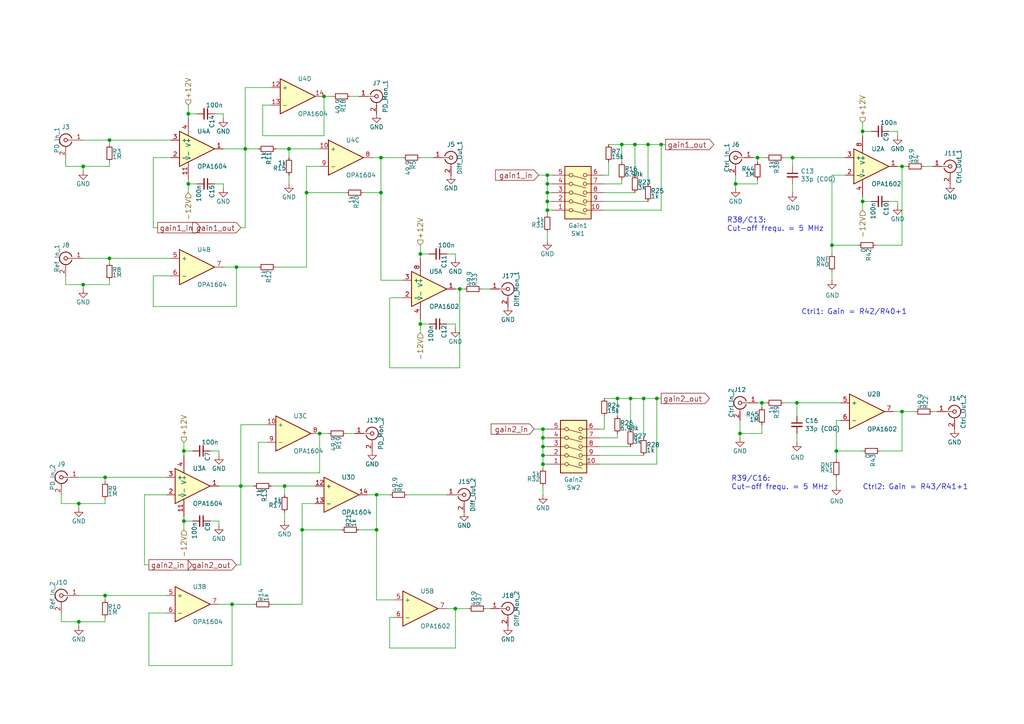
<source format=kicad_sch>
(kicad_sch (version 20230121) (generator eeschema)
  (paper "A4")
  (title_block (title "RedPitaya IntStab: +/-12V,+5V Supply") (date "2023-10-30") (rev "1.5.2") (company "Atoms-Photons-Quanta, Institut für Angewandte Physik, TU Darmstadt") (comment 1 "Tilman Preuschoff"))
  (lib_symbols
    (symbol "Connector:Conn_Coaxial" (pin_names (offset 1.016) hide)
      (property "Reference" "J" (at 0.254 3.048 0))
      (property "Value" "Conn_Coaxial" (at 2.921 0 90))
      (symbol "Conn_Coaxial_1_1"
        (pin passive line (at -5.08 0 0) (length 2.54) (name "In") (number "1"))
        (pin passive line (at 0 -5.08 90) (length 2.54) (name "Ext") (number "2"))
      )
    )
    (symbol "Device:C_Small" (pin_numbers hide) (pin_names (offset 0.254) hide)
      (property "Reference" "C" (at 0.254 1.778 0))
      (property "Value" "C_Small" (at 0.254 -2.032 0))
      (symbol "C_Small_1_1"
        (pin passive line (at 0 2.54 270) (length 2.032) (name "~") (number "1"))
        (pin passive line (at 0 -2.54 90) (length 2.032) (name "~") (number "2"))
      )
    )
    (symbol "Device:R_Small" (pin_numbers hide) (pin_names (offset 0.254) hide)
      (property "Reference" "R" (at 0.762 0.508 0))
      (property "Value" "R_Small" (at 0.762 -1.016 0))
      (symbol "R_Small_1_1"
        (pin passive line (at 0 2.54 270) (length 0.762) (name "~") (number "1"))
        (pin passive line (at 0 -2.54 90) (length 0.762) (name "~") (number "2"))
      )
    )
    (symbol "Switch:SW_DIP_x05" (pin_names (offset 0) hide)
      (property "Reference" "SW" (at 0 8.89 0))
      (property "Value" "SW_DIP_x05" (at 0 -8.89 0))
      (symbol "SW_DIP_x05_1_1"
        (pin passive line (at -7.62 5.08 0) (length 5.08) (name "~") (number "1"))
        (pin passive line (at 7.62 5.08 180) (length 5.08) (name "~") (number "10"))
        (pin passive line (at -7.62 2.54 0) (length 5.08) (name "~") (number "2"))
        (pin passive line (at -7.62 0 0) (length 5.08) (name "~") (number "3"))
        (pin passive line (at -7.62 -2.54 0) (length 5.08) (name "~") (number "4"))
        (pin passive line (at -7.62 -5.08 0) (length 5.08) (name "~") (number "5"))
        (pin passive line (at 7.62 -5.08 180) (length 5.08) (name "~") (number "6"))
        (pin passive line (at 7.62 -2.54 180) (length 5.08) (name "~") (number "7"))
        (pin passive line (at 7.62 0 180) (length 5.08) (name "~") (number "8"))
        (pin passive line (at 7.62 2.54 180) (length 5.08) (name "~") (number "9"))
      )
    )
    (symbol "Texas_Instruments:OPA1602"
      (property "Reference" "U" (at 0 5.08 0))
      (property "Value" "OPA1602" (at 0 -5.08 0))
      (symbol "OPA1602_1_1"
        (pin output line (at 7.62 0 180) (length 2.54) (name "~") (number "1"))
        (pin input line (at -7.62 -2.54 0) (length 2.54) (name "-") (number "2"))
        (pin input line (at -7.62 2.54 0) (length 2.54) (name "+") (number "3"))
        (pin power_in line (at -2.54 -8.89 90) (length 5.08) (name "V-") (number "4"))
        (pin power_in line (at -2.54 8.89 270) (length 5.08) (name "V+") (number "8"))
      )
      (symbol "OPA1602_2_1"
        (pin input line (at -7.62 2.54 0) (length 2.54) (name "+") (number "5"))
        (pin input line (at -7.62 -2.54 0) (length 2.54) (name "-") (number "6"))
        (pin output line (at 7.62 0 180) (length 2.54) (name "~") (number "7"))
      )
    )
    (symbol "Texas_Instruments:OPA1604"
      (property "Reference" "U" (at 0 5.08 0))
      (property "Value" "OPA1604" (at 0 -5.08 0))
      (symbol "OPA1604_1_1"
        (pin output line (at 7.62 0 180) (length 2.54) (name "~") (number "1"))
        (pin power_in line (at -2.54 -8.89 90) (length 5.08) (name "V-") (number "11"))
        (pin input line (at -7.62 -2.54 0) (length 2.54) (name "-") (number "2"))
        (pin input line (at -7.62 2.54 0) (length 2.54) (name "+") (number "3"))
        (pin power_in line (at -2.54 8.89 270) (length 5.08) (name "V+") (number "4"))
      )
      (symbol "OPA1604_2_1"
        (pin input line (at -7.62 2.54 0) (length 2.54) (name "+") (number "5"))
        (pin input line (at -7.62 -2.54 0) (length 2.54) (name "-") (number "6"))
        (pin output line (at 7.62 0 180) (length 2.54) (name "~") (number "7"))
      )
      (symbol "OPA1604_3_1"
        (pin input line (at -7.62 2.54 0) (length 2.54) (name "+") (number "10"))
        (pin output line (at 7.62 0 180) (length 2.54) (name "~") (number "8"))
        (pin input line (at -7.62 -2.54 0) (length 2.54) (name "-") (number "9"))
      )
      (symbol "OPA1604_4_1"
        (pin input line (at -7.62 2.54 0) (length 2.54) (name "+") (number "12"))
        (pin input line (at -7.62 -2.54 0) (length 2.54) (name "-") (number "13"))
        (pin output line (at 7.62 0 180) (length 2.54) (name "~") (number "14"))
      )
    )
    (symbol "power:GND" (power) (pin_names (offset 0))
      (property "Value" "GND" (at 0 -3.81 0))
      (symbol "GND_1_1"
        (pin power_in line (at 0 0 270) (length 0) hide (name "GND") (number "1"))
      )
    )
  )
  (junction (at 184.15 41.91))
  (junction (at 30.48 172.72))
  (junction (at 31.75 74.93))
  (junction (at 31.75 40.64))
  (junction (at 191.77 41.91))
  (junction (at 250.19 38.1))
  (junction (at 109.22 143.51))
  (junction (at 157.48 129.54))
  (junction (at 213.36 53.34))
  (junction (at 190.5 115.57))
  (junction (at 54.61 33.02))
  (junction (at 214.63 125.73))
  (junction (at 24.13 48.26))
  (junction (at 241.3 71.12))
  (junction (at 180.34 41.91))
  (junction (at 250.19 58.42))
  (junction (at 121.92 93.98))
  (junction (at 242.57 130.81))
  (junction (at 182.88 115.57))
  (junction (at 53.34 130.81))
  (junction (at 158.75 58.42))
  (junction (at 69.85 140.97))
  (junction (at 220.98 116.84))
  (junction (at 24.13 82.55))
  (junction (at 158.75 60.96))
  (junction (at 261.62 48.26))
  (junction (at 179.07 115.57))
  (junction (at 109.22 153.67))
  (junction (at 229.87 45.72))
  (junction (at 158.75 55.88))
  (junction (at 82.55 140.97))
  (junction (at 67.31 175.26))
  (junction (at 22.86 180.34))
  (junction (at 22.86 146.05))
  (junction (at 186.69 115.57))
  (junction (at 219.71 45.72))
  (junction (at 158.75 50.8))
  (junction (at 53.34 151.13))
  (junction (at 157.48 124.46))
  (junction (at 30.48 138.43))
  (junction (at 187.96 41.91))
  (junction (at 71.12 43.18))
  (junction (at 157.48 127))
  (junction (at 87.63 153.67))
  (junction (at 231.14 116.84))
  (junction (at 132.08 176.53))
  (junction (at 261.62 119.38))
  (junction (at 158.75 53.34))
  (junction (at 133.35 83.82))
  (junction (at 157.48 134.62))
  (junction (at 93.98 27.94))
  (junction (at 88.9 55.88))
  (junction (at 83.82 43.18))
  (junction (at 121.92 73.66))
  (junction (at 157.48 132.08))
  (junction (at 54.61 53.34))
  (junction (at 92.71 125.73))
  (junction (at 110.49 55.88))
  (junction (at 68.58 77.47))
  (junction (at 110.49 45.72))
  (wire (pts (xy 88.9 48.26) (xy 88.9 55.88)))
  (wire (pts (xy 68.58 88.9) (xy 68.58 77.47)))
  (wire (pts (xy 261.62 130.81) (xy 261.62 119.38)))
  (wire (pts (xy 31.75 41.91) (xy 31.75 40.64)))
  (wire (pts (xy 261.62 48.26) (xy 262.89 48.26)))
  (wire (pts (xy 219.71 45.72) (xy 222.25 45.72)))
  (wire (pts (xy 220.98 123.19) (xy 220.98 125.73)))
  (wire (pts (xy 175.26 120.65) (xy 175.26 124.46)))
  (wire (pts (xy 231.14 116.84) (xy 243.84 116.84)))
  (wire (pts (xy 229.87 53.34) (xy 229.87 55.88)))
  (wire (pts (xy 175.26 60.96) (xy 191.77 60.96)))
  (wire (pts (xy 265.43 119.38) (xy 261.62 119.38)))
  (wire (pts (xy 104.14 27.94) (xy 101.6 27.94)))
  (wire (pts (xy 173.99 134.62) (xy 190.5 134.62)))
  (wire (pts (xy 30.48 180.34) (xy 22.86 180.34)))
  (wire (pts (xy 157.48 134.62) (xy 157.48 132.08)))
  (wire (pts (xy 252.73 58.42) (xy 250.19 58.42)))
  (wire (pts (xy 57.15 53.34) (xy 54.61 53.34)))
  (wire (pts (xy 106.68 143.51) (xy 109.22 143.51)))
  (wire (pts (xy 17.78 177.8) (xy 17.78 180.34)))
  (wire (pts (xy 88.9 77.47) (xy 80.01 77.47)))
  (wire (pts (xy 30.48 138.43) (xy 48.26 138.43)))
  (wire (pts (xy 176.53 46.99) (xy 176.53 50.8)))
  (wire (pts (xy 175.26 124.46) (xy 173.99 124.46)))
  (wire (pts (xy 214.63 121.92) (xy 214.63 125.73)))
  (wire (pts (xy 87.63 153.67) (xy 87.63 175.26)))
  (wire (pts (xy 158.75 60.96) (xy 158.75 62.23)))
  (wire (pts (xy 121.92 73.66) (xy 121.92 74.93)))
  (wire (pts (xy 63.5 175.26) (xy 67.31 175.26)))
  (wire (pts (xy 157.48 129.54) (xy 157.48 127)))
  (wire (pts (xy 132.08 187.96) (xy 132.08 176.53)))
  (wire (pts (xy 71.12 43.18) (xy 74.93 43.18)))
  (wire (pts (xy 63.5 130.81) (xy 63.5 132.08)))
  (wire (pts (xy 261.62 119.38) (xy 259.08 119.38)))
  (wire (pts (xy 30.48 173.99) (xy 30.48 172.72)))
  (wire (pts (xy 118.11 143.51) (xy 129.54 143.51)))
  (wire (pts (xy 54.61 30.48) (xy 54.61 33.02)))
  (wire (pts (xy 114.3 179.07) (xy 113.03 179.07)))
  (wire (pts (xy 63.5 140.97) (xy 69.85 140.97)))
  (wire (pts (xy 109.22 153.67) (xy 109.22 173.99)))
  (wire (pts (xy 31.75 76.2) (xy 31.75 74.93)))
  (wire (pts (xy 64.77 53.34) (xy 64.77 54.61)))
  (wire (pts (xy 92.71 125.73) (xy 95.25 125.73)))
  (wire (pts (xy 242.57 121.92) (xy 242.57 130.81)))
  (wire (pts (xy 69.85 140.97) (xy 69.85 163.83)))
  (wire (pts (xy 158.75 60.96) (xy 158.75 58.42)))
  (wire (pts (xy 243.84 121.92) (xy 242.57 121.92)))
  (wire (pts (xy 31.75 40.64) (xy 49.53 40.64)))
  (wire (pts (xy 182.88 124.46) (xy 182.88 115.57)))
  (wire (pts (xy 17.78 143.51) (xy 17.78 146.05)))
  (wire (pts (xy 180.34 53.34) (xy 180.34 52.07)))
  (wire (pts (xy 132.08 83.82) (xy 133.35 83.82)))
  (wire (pts (xy 227.33 116.84) (xy 231.14 116.84)))
  (wire (pts (xy 125.73 45.72) (xy 121.92 45.72)))
  (wire (pts (xy 83.82 53.34) (xy 83.82 50.8)))
  (wire (pts (xy 250.19 35.56) (xy 250.19 38.1)))
  (wire (pts (xy 88.9 48.26) (xy 92.71 48.26)))
  (wire (pts (xy 67.31 193.04) (xy 67.31 175.26)))
  (wire (pts (xy 124.46 93.98) (xy 121.92 93.98)))
  (wire (pts (xy 63.5 130.81) (xy 60.96 130.81)))
  (wire (pts (xy 158.75 55.88) (xy 158.75 53.34)))
  (wire (pts (xy 71.12 43.18) (xy 71.12 25.4)))
  (wire (pts (xy 107.95 45.72) (xy 110.49 45.72)))
  (wire (pts (xy 19.05 80.01) (xy 19.05 82.55)))
  (wire (pts (xy 41.91 163.83) (xy 43.18 163.83)))
  (wire (pts (xy 104.14 153.67) (xy 109.22 153.67)))
  (wire (pts (xy 245.11 50.8) (xy 241.3 50.8)))
  (wire (pts (xy 160.02 55.88) (xy 158.75 55.88)))
  (wire (pts (xy 129.54 93.98) (xy 132.08 93.98)))
  (wire (pts (xy 190.5 115.57) (xy 191.77 115.57)))
  (wire (pts (xy 184.15 50.8) (xy 184.15 41.91)))
  (wire (pts (xy 41.91 143.51) (xy 48.26 143.51)))
  (wire (pts (xy 74.93 128.27) (xy 74.93 137.16)))
  (wire (pts (xy 241.3 50.8) (xy 241.3 71.12)))
  (wire (pts (xy 260.35 38.1) (xy 260.35 39.37)))
  (wire (pts (xy 44.45 80.01) (xy 44.45 88.9)))
  (wire (pts (xy 53.34 149.86) (xy 53.34 151.13)))
  (wire (pts (xy 179.07 127) (xy 179.07 125.73)))
  (wire (pts (xy 157.48 132.08) (xy 157.48 129.54)))
  (wire (pts (xy 44.45 88.9) (xy 68.58 88.9)))
  (wire (pts (xy 124.46 73.66) (xy 121.92 73.66)))
  (wire (pts (xy 176.53 50.8) (xy 175.26 50.8)))
  (wire (pts (xy 261.62 71.12) (xy 261.62 48.26)))
  (wire (pts (xy 186.69 115.57) (xy 190.5 115.57)))
  (wire (pts (xy 93.98 27.94) (xy 96.52 27.94)))
  (wire (pts (xy 179.07 115.57) (xy 179.07 120.65)))
  (wire (pts (xy 87.63 153.67) (xy 99.06 153.67)))
  (wire (pts (xy 82.55 140.97) (xy 82.55 143.51)))
  (wire (pts (xy 154.94 124.46) (xy 157.48 124.46)))
  (wire (pts (xy 31.75 74.93) (xy 49.53 74.93)))
  (wire (pts (xy 218.44 45.72) (xy 219.71 45.72)))
  (wire (pts (xy 121.92 92.71) (xy 121.92 93.98)))
  (wire (pts (xy 173.99 127) (xy 179.07 127)))
  (wire (pts (xy 44.45 45.72) (xy 49.53 45.72)))
  (wire (pts (xy 158.75 134.62) (xy 157.48 134.62)))
  (wire (pts (xy 242.57 130.81) (xy 250.19 130.81)))
  (wire (pts (xy 156.21 50.8) (xy 158.75 50.8)))
  (wire (pts (xy 255.27 130.81) (xy 261.62 130.81)))
  (wire (pts (xy 24.13 74.93) (xy 31.75 74.93)))
  (wire (pts (xy 160.02 53.34) (xy 158.75 53.34)))
  (wire (pts (xy 31.75 81.28) (xy 31.75 82.55)))
  (wire (pts (xy 158.75 127) (xy 157.48 127)))
  (wire (pts (xy 191.77 41.91) (xy 193.04 41.91)))
  (wire (pts (xy 31.75 82.55) (xy 24.13 82.55)))
  (wire (pts (xy 62.23 53.34) (xy 64.77 53.34)))
  (wire (pts (xy 44.45 45.72) (xy 44.45 66.04)))
  (wire (pts (xy 92.71 125.73) (xy 92.71 137.16)))
  (wire (pts (xy 132.08 176.53) (xy 129.54 176.53)))
  (wire (pts (xy 53.34 128.27) (xy 53.34 130.81)))
  (wire (pts (xy 82.55 151.13) (xy 82.55 148.59)))
  (wire (pts (xy 110.49 55.88) (xy 110.49 81.28)))
  (wire (pts (xy 93.98 39.37) (xy 76.2 39.37)))
  (wire (pts (xy 64.77 33.02) (xy 64.77 34.29)))
  (wire (pts (xy 135.89 176.53) (xy 132.08 176.53)))
  (wire (pts (xy 41.91 143.51) (xy 41.91 163.83)))
  (wire (pts (xy 55.88 151.13) (xy 53.34 151.13)))
  (wire (pts (xy 158.75 132.08) (xy 157.48 132.08)))
  (wire (pts (xy 129.54 73.66) (xy 132.08 73.66)))
  (wire (pts (xy 157.48 127) (xy 157.48 124.46)))
  (wire (pts (xy 31.75 48.26) (xy 24.13 48.26)))
  (wire (pts (xy 157.48 124.46) (xy 158.75 124.46)))
  (wire (pts (xy 190.5 134.62) (xy 190.5 115.57)))
  (wire (pts (xy 30.48 172.72) (xy 48.26 172.72)))
  (wire (pts (xy 109.22 143.51) (xy 113.03 143.51)))
  (wire (pts (xy 142.24 176.53) (xy 140.97 176.53)))
  (wire (pts (xy 227.33 45.72) (xy 229.87 45.72)))
  (wire (pts (xy 121.92 71.12) (xy 121.92 73.66)))
  (wire (pts (xy 102.87 125.73) (xy 100.33 125.73)))
  (wire (pts (xy 24.13 40.64) (xy 31.75 40.64)))
  (wire (pts (xy 77.47 128.27) (xy 74.93 128.27)))
  (wire (pts (xy 71.12 43.18) (xy 71.12 66.04)))
  (wire (pts (xy 254 71.12) (xy 261.62 71.12)))
  (wire (pts (xy 213.36 53.34) (xy 213.36 50.8)))
  (wire (pts (xy 158.75 58.42) (xy 158.75 55.88)))
  (wire (pts (xy 19.05 48.26) (xy 24.13 48.26)))
  (wire (pts (xy 160.02 58.42) (xy 158.75 58.42)))
  (wire (pts (xy 157.48 134.62) (xy 157.48 135.89)))
  (wire (pts (xy 43.18 177.8) (xy 48.26 177.8)))
  (wire (pts (xy 241.3 73.66) (xy 241.3 71.12)))
  (wire (pts (xy 231.14 120.65) (xy 231.14 116.84)))
  (wire (pts (xy 76.2 30.48) (xy 76.2 39.37)))
  (wire (pts (xy 175.26 58.42) (xy 187.96 58.42)))
  (wire (pts (xy 241.3 81.28) (xy 241.3 78.74)))
  (wire (pts (xy 22.86 138.43) (xy 30.48 138.43)))
  (wire (pts (xy 242.57 140.97) (xy 242.57 138.43)))
  (wire (pts (xy 44.45 66.04) (xy 45.72 66.04)))
  (wire (pts (xy 69.85 140.97) (xy 69.85 123.19)))
  (wire (pts (xy 44.45 80.01) (xy 49.53 80.01)))
  (wire (pts (xy 241.3 71.12) (xy 248.92 71.12)))
  (wire (pts (xy 57.15 33.02) (xy 54.61 33.02)))
  (wire (pts (xy 69.85 140.97) (xy 73.66 140.97)))
  (wire (pts (xy 214.63 125.73) (xy 214.63 127)))
  (wire (pts (xy 78.74 140.97) (xy 82.55 140.97)))
  (wire (pts (xy 17.78 180.34) (xy 22.86 180.34)))
  (wire (pts (xy 250.19 38.1) (xy 250.19 39.37)))
  (wire (pts (xy 187.96 41.91) (xy 191.77 41.91)))
  (wire (pts (xy 82.55 140.97) (xy 91.44 140.97)))
  (wire (pts (xy 88.9 55.88) (xy 100.33 55.88)))
  (wire (pts (xy 19.05 82.55) (xy 24.13 82.55)))
  (wire (pts (xy 229.87 48.26) (xy 229.87 45.72)))
  (wire (pts (xy 220.98 116.84) (xy 222.25 116.84)))
  (wire (pts (xy 179.07 115.57) (xy 182.88 115.57)))
  (wire (pts (xy 22.86 172.72) (xy 30.48 172.72)))
  (wire (pts (xy 229.87 45.72) (xy 245.11 45.72)))
  (wire (pts (xy 54.61 55.88) (xy 54.61 53.34)))
  (wire (pts (xy 110.49 81.28) (xy 116.84 81.28)))
  (wire (pts (xy 60.96 151.13) (xy 63.5 151.13)))
  (wire (pts (xy 175.26 53.34) (xy 180.34 53.34)))
  (wire (pts (xy 116.84 86.36) (xy 113.03 86.36)))
  (wire (pts (xy 213.36 53.34) (xy 213.36 54.61)))
  (wire (pts (xy 158.75 67.31) (xy 158.75 69.85)))
  (wire (pts (xy 132.08 73.66) (xy 132.08 74.93)))
  (wire (pts (xy 110.49 55.88) (xy 110.49 45.72)))
  (wire (pts (xy 175.26 115.57) (xy 179.07 115.57)))
  (wire (pts (xy 53.34 130.81) (xy 53.34 132.08)))
  (wire (pts (xy 267.97 48.26) (xy 270.51 48.26)))
  (wire (pts (xy 30.48 144.78) (xy 30.48 146.05)))
  (wire (pts (xy 71.12 25.4) (xy 78.74 25.4)))
  (wire (pts (xy 175.26 55.88) (xy 184.15 55.88)))
  (wire (pts (xy 250.19 58.42) (xy 250.19 60.96)))
  (wire (pts (xy 110.49 45.72) (xy 116.84 45.72)))
  (wire (pts (xy 257.81 58.42) (xy 260.35 58.42)))
  (wire (pts (xy 30.48 139.7) (xy 30.48 138.43)))
  (wire (pts (xy 252.73 38.1) (xy 250.19 38.1)))
  (wire (pts (xy 113.03 106.68) (xy 133.35 106.68)))
  (wire (pts (xy 64.77 33.02) (xy 62.23 33.02)))
  (wire (pts (xy 93.98 27.94) (xy 93.98 39.37)))
  (wire (pts (xy 184.15 41.91) (xy 187.96 41.91)))
  (wire (pts (xy 64.77 77.47) (xy 68.58 77.47)))
  (wire (pts (xy 271.78 119.38) (xy 270.51 119.38)))
  (wire (pts (xy 71.12 66.04) (xy 69.85 66.04)))
  (wire (pts (xy 54.61 33.02) (xy 54.61 34.29)))
  (wire (pts (xy 121.92 93.98) (xy 121.92 96.52)))
  (wire (pts (xy 69.85 123.19) (xy 77.47 123.19)))
  (wire (pts (xy 219.71 52.07) (xy 219.71 53.34)))
  (wire (pts (xy 260.35 58.42) (xy 260.35 59.69)))
  (wire (pts (xy 63.5 151.13) (xy 63.5 152.4)))
  (wire (pts (xy 55.88 130.81) (xy 53.34 130.81)))
  (wire (pts (xy 219.71 46.99) (xy 219.71 45.72)))
  (wire (pts (xy 180.34 41.91) (xy 180.34 46.99)))
  (wire (pts (xy 74.93 137.16) (xy 92.71 137.16)))
  (wire (pts (xy 219.71 53.34) (xy 213.36 53.34)))
  (wire (pts (xy 109.22 173.99) (xy 114.3 173.99)))
  (wire (pts (xy 30.48 146.05) (xy 22.86 146.05)))
  (wire (pts (xy 80.01 43.18) (xy 83.82 43.18)))
  (wire (pts (xy 220.98 116.84) (xy 220.98 118.11)))
  (wire (pts (xy 22.86 180.34) (xy 22.86 181.61)))
  (wire (pts (xy 182.88 115.57) (xy 186.69 115.57)))
  (wire (pts (xy 158.75 129.54) (xy 157.48 129.54)))
  (wire (pts (xy 139.7 83.82) (xy 142.24 83.82)))
  (wire (pts (xy 220.98 125.73) (xy 214.63 125.73)))
  (wire (pts (xy 24.13 48.26) (xy 24.13 49.53)))
  (wire (pts (xy 180.34 41.91) (xy 184.15 41.91)))
  (wire (pts (xy 69.85 163.83) (xy 68.58 163.83)))
  (wire (pts (xy 87.63 146.05) (xy 91.44 146.05)))
  (wire (pts (xy 31.75 46.99) (xy 31.75 48.26)))
  (wire (pts (xy 67.31 175.26) (xy 73.66 175.26)))
  (wire (pts (xy 191.77 60.96) (xy 191.77 41.91)))
  (wire (pts (xy 54.61 52.07) (xy 54.61 53.34)))
  (wire (pts (xy 173.99 129.54) (xy 182.88 129.54)))
  (wire (pts (xy 22.86 146.05) (xy 22.86 147.32)))
  (wire (pts (xy 43.18 193.04) (xy 67.31 193.04)))
  (wire (pts (xy 24.13 82.55) (xy 24.13 83.82)))
  (wire (pts (xy 68.58 77.47) (xy 74.93 77.47)))
  (wire (pts (xy 231.14 125.73) (xy 231.14 128.27)))
  (wire (pts (xy 176.53 41.91) (xy 180.34 41.91)))
  (wire (pts (xy 78.74 30.48) (xy 76.2 30.48)))
  (wire (pts (xy 133.35 83.82) (xy 134.62 83.82)))
  (wire (pts (xy 87.63 175.26) (xy 78.74 175.26)))
  (wire (pts (xy 186.69 127) (xy 186.69 115.57)))
  (wire (pts (xy 19.05 45.72) (xy 19.05 48.26)))
  (wire (pts (xy 64.77 43.18) (xy 71.12 43.18)))
  (wire (pts (xy 250.19 57.15) (xy 250.19 58.42)))
  (wire (pts (xy 83.82 43.18) (xy 83.82 45.72)))
  (wire (pts (xy 105.41 55.88) (xy 110.49 55.88)))
  (wire (pts (xy 219.71 116.84) (xy 220.98 116.84)))
  (wire (pts (xy 257.81 38.1) (xy 260.35 38.1)))
  (wire (pts (xy 113.03 179.07) (xy 113.03 187.96)))
  (wire (pts (xy 83.82 43.18) (xy 92.71 43.18)))
  (wire (pts (xy 158.75 53.34) (xy 158.75 50.8)))
  (wire (pts (xy 157.48 140.97) (xy 157.48 143.51)))
  (wire (pts (xy 173.99 132.08) (xy 186.69 132.08)))
  (wire (pts (xy 43.18 177.8) (xy 43.18 193.04)))
  (wire (pts (xy 53.34 153.67) (xy 53.34 151.13)))
  (wire (pts (xy 158.75 50.8) (xy 160.02 50.8)))
  (wire (pts (xy 133.35 106.68) (xy 133.35 83.82)))
  (wire (pts (xy 132.08 93.98) (xy 132.08 95.25)))
  (wire (pts (xy 30.48 179.07) (xy 30.48 180.34)))
  (wire (pts (xy 17.78 146.05) (xy 22.86 146.05)))
  (wire (pts (xy 242.57 133.35) (xy 242.57 130.81)))
  (wire (pts (xy 87.63 146.05) (xy 87.63 153.67)))
  (wire (pts (xy 187.96 53.34) (xy 187.96 41.91)))
  (wire (pts (xy 113.03 187.96) (xy 132.08 187.96)))
  (wire (pts (xy 260.35 48.26) (xy 261.62 48.26)))
  (wire (pts (xy 109.22 153.67) (xy 109.22 143.51)))
  (wire (pts (xy 160.02 60.96) (xy 158.75 60.96)))
  (wire (pts (xy 88.9 55.88) (xy 88.9 77.47)))
  (wire (pts (xy 113.03 86.36) (xy 113.03 106.68)))
  (text "Ctrl1: Gain = R42/R40+1 " (at 232.41 91.44 0) (effects (font (size 1.524 1.524)) (justify left bottom)))
  (text "R38/C13: \nCut-off frequ. = 5 MHz" (at 210.82 67.31 0) (effects (font (size 1.524 1.524)) (justify left bottom)))
  (text "Ctrl2: Gain = R43/R41+1 " (at 250.19 142.24 0) (effects (font (size 1.524 1.524)) (justify left bottom)))
  (text "R39/C16: \nCut-off frequ. = 5 MHz" (at 212.09 142.24 0) (effects (font (size 1.524 1.524)) (justify left bottom)))
  (global_label "gain1_out" (shape output) (at 193.04 41.91 0) (effects (font (size 1.524 1.524))) (property "Intersheetrefs" "${INTERSHEET_REFS}" (effects hide)))
  (global_label "gain2_in" (shape output) (at 43.18 163.83 0) (effects (font (size 1.524 1.524))) (property "Intersheetrefs" "${INTERSHEET_REFS}" (effects hide)))
  (global_label "gain2_out" (shape output) (at 191.77 115.57 0) (effects (font (size 1.524 1.524))) (property "Intersheetrefs" "${INTERSHEET_REFS}" (effects hide)))
  (global_label "gain2_out" (shape input) (at 68.58 163.83 180) (effects (font (size 1.524 1.524))) (property "Intersheetrefs" "${INTERSHEET_REFS}" (effects hide)))
  (global_label "gain1_out" (shape input) (at 69.85 66.04 180) (effects (font (size 1.524 1.524))) (property "Intersheetrefs" "${INTERSHEET_REFS}" (effects hide)))
  (global_label "gain1_in" (shape output) (at 45.72 66.04 0) (effects (font (size 1.524 1.524))) (property "Intersheetrefs" "${INTERSHEET_REFS}" (effects hide)))
  (global_label "gain1_in" (shape input) (at 156.21 50.8 180) (effects (font (size 1.524 1.524))) (property "Intersheetrefs" "${INTERSHEET_REFS}" (effects hide)))
  (global_label "gain2_in" (shape input) (at 154.94 124.46 180) (effects (font (size 1.524 1.524))) (property "Intersheetrefs" "${INTERSHEET_REFS}" (effects hide)))
  (hierarchical_label "+12V" (shape input) (at 121.92 71.12 90) (effects (font (size 1.524 1.524))))
  (hierarchical_label "+12V" (shape input) (at 250.19 35.56 90) (effects (font (size 1.524 1.524))))
  (hierarchical_label "-12V" (shape input) (at 54.61 55.88 270) (effects (font (size 1.524 1.524))))
  (hierarchical_label "+12V" (shape input) (at 53.34 128.27 90) (effects (font (size 1.524 1.524))))
  (hierarchical_label "-12V" (shape input) (at 250.19 60.96 270) (effects (font (size 1.524 1.524))))
  (hierarchical_label "-12V" (shape input) (at 53.34 153.67 270) (effects (font (size 1.524 1.524))))
  (hierarchical_label "+12V" (shape input) (at 54.61 30.48 90) (effects (font (size 1.524 1.524))))
  (hierarchical_label "-12V" (shape input) (at 121.92 96.52 270) (effects (font (size 1.524 1.524))))
  (symbol (lib_id "Texas_Instruments:OPA1604") (at 100.33 45.72 0) (unit 3)
    (property "Reference" "U4" (at 100.33 40.64 0) (effects (justify left)))
    (property "Value" "OPA1604" (at 100.33 50.8 0) (effects (justify left)))
    (property "Footprint" "Package_SO:SOIC-14_3.9x8.7mm_P1.27mm" (effects hide))
    (property "MFN" "Texas Instruments" (effects hide))
    (property "PN" "OPA1604AIDR" (effects hide))
  )
  (symbol (lib_id "Device:C_Small") (at 59.69 33.02 270) (unit 1)
    (property "Reference" "C14" (at 61.468 33.274 0) (effects (justify left)))
    (property "Value" "100n" (at 59.69 30.48 90) (effects (justify left)))
    (property "Footprint" "Capacitor_SMD:C_0603_1608Metric" (effects hide))
    (property "MFN" "Kemet" (effects hide))
    (property "PN" "C0603C104K5RECAUTO" (effects hide))
  )
  (symbol (lib_id "power:GND") (at 64.77 34.29 0) (unit 1)
    (property "Reference" "#PWR015" (effects hide))
    (property "Value" "GND" (at 64.77 38.1 0))
  )
  (symbol (lib_id "power:GND") (at 64.77 54.61 0) (unit 1)
    (property "Reference" "#PWR016" (effects hide))
    (property "Value" "GND" (at 64.77 58.42 0))
  )
  (symbol (lib_id "Connector:Conn_Coaxial") (at 19.05 40.64 0) (mirror y) (unit 1)
    (property "Reference" "J3" (at 19.05 36.83 0))
    (property "Value" "PD_In_1" (at 16.51 40.64 90))
    (property "Footprint" "Connector_Coaxial:SMA_Amphenol_901-144_Vertical" (effects hide))
    (property "MFN" "Amphenol" (effects hide))
    (property "PN" "901-144-8RFX" (effects hide))
  )
  (symbol (lib_id "power:GND") (at 24.13 49.53 0) (unit 1)
    (property "Reference" "#PWR017" (effects hide))
    (property "Value" "GND" (at 24.13 53.34 0))
  )
  (symbol (lib_id "Connector:Conn_Coaxial") (at 130.81 45.72 0) (unit 1)
    (property "Reference" "J5" (at 130.81 41.91 0))
    (property "Value" "Diff_Out_1" (at 133.35 45.72 90))
    (property "Footprint" "Connector_Coaxial:SMA_Amphenol_901-144_Vertical" (effects hide))
    (property "MFN" "Amphenol" (effects hide))
    (property "PN" "901-144-8RFX" (effects hide))
  )
  (symbol (lib_id "power:GND") (at 130.81 50.8 0) (unit 1)
    (property "Reference" "#PWR018" (effects hide))
    (property "Value" "GND" (at 130.81 54.61 0))
  )
  (symbol (lib_id "Texas_Instruments:OPA1604") (at 86.36 27.94 0) (unit 4)
    (property "Reference" "U4" (at 86.36 22.86 0) (effects (justify left)))
    (property "Value" "OPA1604" (at 86.36 33.02 0) (effects (justify left)))
    (property "Footprint" "Package_SO:SOIC-14_3.9x8.7mm_P1.27mm" (effects hide))
    (property "MFN" "Texas Instruments" (effects hide))
    (property "PN" "OPA1604AIDR" (effects hide))
  )
  (symbol (lib_id "Device:R_Small") (at 99.06 27.94 270) (unit 1)
    (property "Reference" "R18" (at 99.568 28.702 0) (effects (justify left)))
    (property "Value" "49.9" (at 98.044 28.702 0) (effects (justify left)))
    (property "Footprint" "Resistor_SMD:R_1210_3225Metric" (effects hide))
    (property "MFN" "Yageo" (effects hide))
    (property "PN" "RC1210FR-0749R9L" (effects hide))
  )
  (symbol (lib_id "Connector:Conn_Coaxial") (at 109.22 27.94 0) (unit 1)
    (property "Reference" "J7" (at 109.22 24.13 0))
    (property "Value" "PD_Mon_1" (at 111.76 27.94 90))
    (property "Footprint" "Connector_Coaxial:SMA_Amphenol_901-144_Vertical" (effects hide))
    (property "MFN" "Amphenol" (effects hide))
    (property "PN" "901-144-8RFX" (effects hide))
  )
  (symbol (lib_id "power:GND") (at 109.22 33.02 0) (unit 1)
    (property "Reference" "#PWR019" (effects hide))
    (property "Value" "GND" (at 109.22 36.83 0))
  )
  (symbol (lib_id "Texas_Instruments:OPA1604") (at 57.15 43.18 0) (unit 1)
    (property "Reference" "U4" (at 57.15 38.1 0) (effects (justify left)))
    (property "Value" "OPA1604" (at 57.15 48.26 0) (effects (justify left)))
    (property "Footprint" "Package_SO:SOIC-14_3.9x8.7mm_P1.27mm" (effects hide))
    (property "MFN" "Texas Instruments" (effects hide))
    (property "PN" "OPA1604AIDR" (effects hide))
  )
  (symbol (lib_id "Device:C_Small") (at 59.69 53.34 270) (unit 1)
    (property "Reference" "C15" (at 61.468 53.594 0) (effects (justify left)))
    (property "Value" "100n" (at 57.658 53.594 0) (effects (justify left)))
    (property "Footprint" "Capacitor_SMD:C_0603_1608Metric" (effects hide))
    (property "MFN" "Kemet" (effects hide))
    (property "PN" "C0603C104K5RECAUTO" (effects hide))
  )
  (symbol (lib_id "Texas_Instruments:OPA1604") (at 57.15 77.47 0) (unit 2)
    (property "Reference" "U4" (at 57.15 72.39 0) (effects (justify left)))
    (property "Value" "OPA1604" (at 57.15 82.55 0) (effects (justify left)))
    (property "Footprint" "Package_SO:SOIC-14_3.9x8.7mm_P1.27mm" (effects hide))
    (property "MFN" "Texas Instruments" (effects hide))
    (property "PN" "OPA1604AIDR" (effects hide))
  )
  (symbol (lib_id "power:GND") (at 213.36 54.61 0) (unit 1)
    (property "Reference" "#PWR020" (effects hide))
    (property "Value" "GND" (at 213.36 58.42 0))
  )
  (symbol (lib_id "power:GND") (at 275.59 53.34 0) (unit 1)
    (property "Reference" "#PWR021" (effects hide))
    (property "Value" "GND" (at 275.59 57.15 0))
  )
  (symbol (lib_id "Connector:Conn_Coaxial") (at 213.36 45.72 0) (mirror y) (unit 1)
    (property "Reference" "J6" (at 213.36 41.91 0))
    (property "Value" "Ctrl_In_1" (at 210.82 45.72 90))
    (property "Footprint" "Connector_Coaxial:SMA_Amphenol_901-144_Vertical" (effects hide))
    (property "MFN" "Amphenol" (effects hide))
    (property "PN" "901-144-8RFX" (effects hide))
  )
  (symbol (lib_id "Connector:Conn_Coaxial") (at 275.59 48.26 0) (unit 1)
    (property "Reference" "J11" (at 275.59 44.45 0))
    (property "Value" "Ctrl_Out_1" (at 278.13 48.26 90))
    (property "Footprint" "Connector_Coaxial:SMA_Amphenol_901-144_Vertical" (effects hide))
    (property "MFN" "Amphenol" (effects hide))
    (property "PN" "901-144-8RFX" (effects hide))
  )
  (symbol (lib_id "Device:R_Small") (at 31.75 44.45 0) (unit 1)
    (property "Reference" "R3" (at 32.512 43.942 0) (effects (justify left)))
    (property "Value" "1M" (at 32.512 45.466 0) (effects (justify left)))
    (property "Footprint" "Resistor_SMD:R_0603_1608Metric" (effects hide))
    (property "MFN" "Panasonic" (effects hide))
    (property "PN" "ERJ-3RED1004V" (effects hide))
  )
  (symbol (lib_id "Device:R_Small") (at 265.43 48.26 270) (mirror x) (unit 1)
    (property "Reference" "R4" (at 265.938 47.498 0) (effects (justify left)))
    (property "Value" "49.9" (at 264.414 47.498 0) (effects (justify left)))
    (property "Footprint" "Resistor_SMD:R_1210_3225Metric" (effects hide))
    (property "MFN" "Yageo" (effects hide))
    (property "PN" "RC1210FR-0749R9L" (effects hide))
  )
  (symbol (lib_id "Connector:Conn_Coaxial") (at 19.05 74.93 0) (mirror y) (unit 1)
    (property "Reference" "J8" (at 19.05 71.12 0))
    (property "Value" "Ref_In_1" (at 16.51 74.93 90))
    (property "Footprint" "Connector_Coaxial:SMA_Amphenol_901-144_Vertical" (effects hide))
    (property "MFN" "Amphenol" (effects hide))
    (property "PN" "901-144-8RFX" (effects hide))
  )
  (symbol (lib_id "power:GND") (at 24.13 83.82 0) (unit 1)
    (property "Reference" "#PWR022" (effects hide))
    (property "Value" "GND" (at 24.13 87.63 0))
  )
  (symbol (lib_id "power:GND") (at 83.82 53.34 0) (unit 1)
    (property "Reference" "#PWR023" (effects hide))
    (property "Value" "GND" (at 83.82 57.15 0))
  )
  (symbol (lib_id "Texas_Instruments:OPA1604") (at 99.06 143.51 0) (unit 4)
    (property "Reference" "U3" (at 99.06 138.43 0) (effects (justify left)))
    (property "Value" "OPA1604" (at 99.06 148.59 0) (effects (justify left)))
    (property "Footprint" "Package_SO:SOIC-14_3.9x8.7mm_P1.27mm" (effects hide))
    (property "MFN" "Texas Instruments" (effects hide))
    (property "PN" "OPA1604AIDR" (effects hide))
  )
  (symbol (lib_id "Device:C_Small") (at 58.42 130.81 270) (unit 1)
    (property "Reference" "C7" (at 60.198 131.064 0) (effects (justify left)))
    (property "Value" "100n" (at 58.42 128.27 90) (effects (justify left)))
    (property "Footprint" "Capacitor_SMD:C_0603_1608Metric" (effects hide))
    (property "MFN" "Kemet" (effects hide))
    (property "PN" "C0603C104K5RECAUTO" (effects hide))
  )
  (symbol (lib_id "power:GND") (at 63.5 132.08 0) (unit 1)
    (property "Reference" "#PWR024" (effects hide))
    (property "Value" "GND" (at 63.5 135.89 0))
  )
  (symbol (lib_id "power:GND") (at 63.5 152.4 0) (unit 1)
    (property "Reference" "#PWR025" (effects hide))
    (property "Value" "GND" (at 63.5 156.21 0))
  )
  (symbol (lib_id "Connector:Conn_Coaxial") (at 17.78 138.43 0) (mirror y) (unit 1)
    (property "Reference" "J9" (at 17.78 134.62 0))
    (property "Value" "PD_In_2" (at 15.24 138.43 90))
    (property "Footprint" "Connector_Coaxial:SMA_Amphenol_901-144_Vertical" (effects hide))
    (property "MFN" "Amphenol" (effects hide))
    (property "PN" "901-144-8RFX" (effects hide))
  )
  (symbol (lib_id "power:GND") (at 22.86 147.32 0) (unit 1)
    (property "Reference" "#PWR026" (effects hide))
    (property "Value" "GND" (at 22.86 151.13 0))
  )
  (symbol (lib_id "Connector:Conn_Coaxial") (at 134.62 143.51 0) (unit 1)
    (property "Reference" "J15" (at 134.62 139.7 0))
    (property "Value" "Diff_Out_2" (at 137.16 143.51 90))
    (property "Footprint" "Connector_Coaxial:SMA_Amphenol_901-144_Vertical" (effects hide))
    (property "MFN" "Amphenol" (effects hide))
    (property "PN" "901-144-8RFX" (effects hide))
  )
  (symbol (lib_id "Texas_Instruments:OPA1604") (at 85.09 125.73 0) (unit 3)
    (property "Reference" "U3" (at 85.09 120.65 0) (effects (justify left)))
    (property "Value" "OPA1604" (at 85.09 130.81 0) (effects (justify left)))
    (property "Footprint" "Package_SO:SOIC-14_3.9x8.7mm_P1.27mm" (effects hide))
    (property "MFN" "Texas Instruments" (effects hide))
    (property "PN" "OPA1604AIDR" (effects hide))
  )
  (symbol (lib_id "Device:R_Small") (at 97.79 125.73 270) (unit 1)
    (property "Reference" "R19" (at 98.298 126.492 0) (effects (justify left)))
    (property "Value" "49.9" (at 96.774 126.492 0) (effects (justify left)))
    (property "Footprint" "Resistor_SMD:R_1210_3225Metric" (effects hide))
    (property "MFN" "Yageo" (effects hide))
    (property "PN" "RC1210FR-0749R9L" (effects hide))
  )
  (symbol (lib_id "Connector:Conn_Coaxial") (at 107.95 125.73 0) (unit 1)
    (property "Reference" "J13" (at 107.95 121.92 0))
    (property "Value" "PD_Mon_2" (at 110.49 125.73 90))
    (property "Footprint" "Connector_Coaxial:SMA_Amphenol_901-144_Vertical" (effects hide))
    (property "MFN" "Amphenol" (effects hide))
    (property "PN" "901-144-8RFX" (effects hide))
  )
  (symbol (lib_id "power:GND") (at 107.95 130.81 0) (unit 1)
    (property "Reference" "#PWR027" (effects hide))
    (property "Value" "GND" (at 107.95 134.62 0))
  )
  (symbol (lib_id "Texas_Instruments:OPA1604") (at 55.88 140.97 0) (unit 1)
    (property "Reference" "U3" (at 55.88 135.89 0) (effects (justify left)))
    (property "Value" "OPA1604" (at 55.88 146.05 0) (effects (justify left)))
    (property "Footprint" "Package_SO:SOIC-14_3.9x8.7mm_P1.27mm" (effects hide))
    (property "MFN" "Texas Instruments" (effects hide))
    (property "PN" "OPA1604AIDR" (effects hide))
  )
  (symbol (lib_id "Device:C_Small") (at 58.42 151.13 270) (unit 1)
    (property "Reference" "C8" (at 60.198 151.384 0) (effects (justify left)))
    (property "Value" "100n" (at 56.388 151.384 0) (effects (justify left)))
    (property "Footprint" "Capacitor_SMD:C_0603_1608Metric" (effects hide))
    (property "MFN" "Kemet" (effects hide))
    (property "PN" "C0603C104K5RECAUTO" (effects hide))
  )
  (symbol (lib_id "Texas_Instruments:OPA1604") (at 55.88 175.26 0) (unit 2)
    (property "Reference" "U3" (at 55.88 170.18 0) (effects (justify left)))
    (property "Value" "OPA1604" (at 55.88 180.34 0) (effects (justify left)))
    (property "Footprint" "Package_SO:SOIC-14_3.9x8.7mm_P1.27mm" (effects hide))
    (property "MFN" "Texas Instruments" (effects hide))
    (property "PN" "OPA1604AIDR" (effects hide))
  )
  (symbol (lib_id "power:GND") (at 214.63 127 0) (unit 1)
    (property "Reference" "#PWR028" (effects hide))
    (property "Value" "GND" (at 214.63 130.81 0))
  )
  (symbol (lib_id "power:GND") (at 276.86 124.46 0) (unit 1)
    (property "Reference" "#PWR029" (effects hide))
    (property "Value" "GND" (at 276.86 128.27 0))
  )
  (symbol (lib_id "Connector:Conn_Coaxial") (at 214.63 116.84 0) (mirror y) (unit 1)
    (property "Reference" "J12" (at 214.63 113.03 0))
    (property "Value" "Ctrl_In_2" (at 212.09 116.84 90))
    (property "Footprint" "Connector_Coaxial:SMA_Amphenol_901-144_Vertical" (effects hide))
    (property "MFN" "Amphenol" (effects hide))
    (property "PN" "901-144-8RFX" (effects hide))
  )
  (symbol (lib_id "Connector:Conn_Coaxial") (at 276.86 119.38 0) (unit 1)
    (property "Reference" "J14" (at 276.86 115.57 0))
    (property "Value" "Ctrl_Out_2" (at 279.4 119.38 90))
    (property "Footprint" "Connector_Coaxial:SMA_Amphenol_901-144_Vertical" (effects hide))
    (property "MFN" "Amphenol" (effects hide))
    (property "PN" "901-144-8RFX" (effects hide))
  )
  (symbol (lib_id "Device:R_Small") (at 267.97 119.38 270) (mirror x) (unit 1)
    (property "Reference" "R22" (at 268.478 118.618 0) (effects (justify left)))
    (property "Value" "49.9" (at 266.954 118.618 0) (effects (justify left)))
    (property "Footprint" "Resistor_SMD:R_1210_3225Metric" (effects hide))
    (property "MFN" "Yageo" (effects hide))
    (property "PN" "RC1210FR-0749R9L" (effects hide))
  )
  (symbol (lib_id "Device:R_Small") (at 76.2 140.97 270) (unit 1)
    (property "Reference" "R13" (at 76.708 141.732 0) (effects (justify left)))
    (property "Value" "1k" (at 75.184 141.732 0) (effects (justify left)))
    (property "Footprint" "Resistor_SMD:R_0603_1608Metric" (effects hide))
    (property "MFN" "Susumu" (effects hide))
    (property "PN" "RR0816P-102-D" (effects hide))
  )
  (symbol (lib_id "Connector:Conn_Coaxial") (at 17.78 172.72 0) (mirror y) (unit 1)
    (property "Reference" "J10" (at 17.78 168.91 0))
    (property "Value" "Ref_In_2" (at 15.24 172.72 90))
    (property "Footprint" "Connector_Coaxial:SMA_Amphenol_901-144_Vertical" (effects hide))
    (property "MFN" "Amphenol" (effects hide))
    (property "PN" "901-144-8RFX" (effects hide))
  )
  (symbol (lib_id "power:GND") (at 22.86 181.61 0) (unit 1)
    (property "Reference" "#PWR030" (effects hide))
    (property "Value" "GND" (at 22.86 185.42 0))
  )
  (symbol (lib_id "power:GND") (at 82.55 151.13 0) (unit 1)
    (property "Reference" "#PWR031" (effects hide))
    (property "Value" "GND" (at 82.55 154.94 0))
  )
  (symbol (lib_id "Device:R_Small") (at 82.55 146.05 180) (unit 1)
    (property "Reference" "R17" (at 81.788 146.558 0) (effects (justify left)))
    (property "Value" "1k" (at 81.788 145.034 0) (effects (justify left)))
    (property "Footprint" "Resistor_SMD:R_0603_1608Metric" (effects hide))
    (property "MFN" "Susumu" (effects hide))
    (property "PN" "RR0816P-102-D" (effects hide))
  )
  (symbol (lib_id "Device:R_Small") (at 76.2 175.26 90) (unit 1)
    (property "Reference" "R14" (at 75.692 174.498 0) (effects (justify left)))
    (property "Value" "1k" (at 77.216 174.498 0) (effects (justify left)))
    (property "Footprint" "Resistor_SMD:R_0603_1608Metric" (effects hide))
    (property "MFN" "Susumu" (effects hide))
    (property "PN" "RR0816P-102-D" (effects hide))
  )
  (symbol (lib_id "Device:R_Small") (at 101.6 153.67 90) (unit 1)
    (property "Reference" "R21" (at 101.092 152.908 0) (effects (justify left)))
    (property "Value" "1k" (at 102.616 152.908 0) (effects (justify left)))
    (property "Footprint" "Resistor_SMD:R_0603_1608Metric" (effects hide))
    (property "MFN" "Susumu" (effects hide))
    (property "PN" "RR0816P-102-D" (effects hide))
  )
  (symbol (lib_id "Device:R_Small") (at 77.47 77.47 270) (unit 1)
    (property "Reference" "R12" (at 77.978 78.232 0) (effects (justify left)))
    (property "Value" "1k" (at 76.454 78.232 0) (effects (justify left)))
    (property "Footprint" "Resistor_SMD:R_0603_1608Metric" (effects hide))
    (property "MFN" "Susumu" (effects hide))
    (property "PN" "RR0816P-102-D" (effects hide))
  )
  (symbol (lib_id "Device:R_Small") (at 77.47 43.18 270) (unit 1)
    (property "Reference" "R11" (at 77.978 43.942 0) (effects (justify left)))
    (property "Value" "1k" (at 76.454 43.942 0) (effects (justify left)))
    (property "Footprint" "Resistor_SMD:R_0603_1608Metric" (effects hide))
    (property "MFN" "Susumu" (effects hide))
    (property "PN" "RR0816P-102-D" (effects hide))
  )
  (symbol (lib_id "Device:R_Small") (at 83.82 48.26 180) (unit 1)
    (property "Reference" "R15" (at 83.058 48.768 0) (effects (justify left)))
    (property "Value" "1k" (at 83.058 47.244 0) (effects (justify left)))
    (property "Footprint" "Resistor_SMD:R_0603_1608Metric" (effects hide))
    (property "MFN" "Susumu" (effects hide))
    (property "PN" "RR0816P-102-D" (effects hide))
  )
  (symbol (lib_id "Device:R_Small") (at 102.87 55.88 270) (unit 1)
    (property "Reference" "R20" (at 103.378 56.642 0) (effects (justify left)))
    (property "Value" "1k" (at 101.854 56.642 0) (effects (justify left)))
    (property "Footprint" "Resistor_SMD:R_0603_1608Metric" (effects hide))
    (property "MFN" "Susumu" (effects hide))
    (property "PN" "RR0816P-102-D" (effects hide))
  )
  (symbol (lib_id "Device:R_Small") (at 31.75 78.74 0) (unit 1)
    (property "Reference" "R8" (at 32.512 78.232 0) (effects (justify left)))
    (property "Value" "1M" (at 32.512 79.756 0) (effects (justify left)))
    (property "Footprint" "Resistor_SMD:R_0603_1608Metric" (effects hide))
    (property "MFN" "Panasonic" (effects hide))
    (property "PN" "ERJ-3RED1004V" (effects hide))
  )
  (symbol (lib_id "Device:R_Small") (at 30.48 142.24 0) (unit 1)
    (property "Reference" "R9" (at 31.242 141.732 0) (effects (justify left)))
    (property "Value" "1M" (at 31.242 143.256 0) (effects (justify left)))
    (property "Footprint" "Resistor_SMD:R_0603_1608Metric" (effects hide))
    (property "MFN" "Panasonic" (effects hide))
    (property "PN" "ERJ-3RED1004V" (effects hide))
  )
  (symbol (lib_id "Device:R_Small") (at 30.48 176.53 0) (unit 1)
    (property "Reference" "R10" (at 31.242 176.022 0) (effects (justify left)))
    (property "Value" "1M" (at 31.242 177.546 0) (effects (justify left)))
    (property "Footprint" "Resistor_SMD:R_0603_1608Metric" (effects hide))
    (property "MFN" "Panasonic" (effects hide))
    (property "PN" "ERJ-3RED1004V" (effects hide))
  )
  (symbol (lib_id "power:GND") (at 134.62 148.59 0) (unit 1)
    (property "Reference" "#PWR032" (effects hide))
    (property "Value" "GND" (at 134.62 152.4 0))
  )
  (symbol (lib_id "Device:R_Small") (at 115.57 143.51 270) (mirror x) (unit 1)
    (property "Reference" "R6" (at 116.078 142.748 0) (effects (justify left)))
    (property "Value" "49.9" (at 114.554 142.748 0) (effects (justify left)))
    (property "Footprint" "Resistor_SMD:R_1210_3225Metric" (effects hide))
    (property "MFN" "Yageo" (effects hide))
    (property "PN" "RC1210FR-0749R9L" (effects hide))
  )
  (symbol (lib_id "Device:R_Small") (at 119.38 45.72 270) (unit 1)
    (property "Reference" "R5" (at 119.888 46.482 0) (effects (justify left)))
    (property "Value" "49.9" (at 118.364 46.482 0) (effects (justify left)))
    (property "Footprint" "Resistor_SMD:R_1210_3225Metric" (effects hide))
    (property "MFN" "Yageo" (effects hide))
    (property "PN" "RC1210FR-0749R9L" (effects hide))
  )
  (symbol (lib_id "Texas_Instruments:OPA1602") (at 252.73 48.26 0) (unit 1)
    (property "Reference" "U2" (at 252.73 43.18 0) (effects (justify left)))
    (property "Value" "OPA1602" (at 252.73 53.34 0) (effects (justify left)))
    (property "Footprint" "Package_SO:SOIC-8_3.9x4.9mm_P1.27mm" (effects hide))
    (property "Datasheet" "http://www.st.com/content/ccc/resource/technical/document/datasheet/02/9c/bc/75/59/9c/47/bd/CD00000054.pdf/files/CD00000054.pdf/jcr:content/translations/en.CD00000054.pdf" (effects hide))
    (property "MFN" "Texas Instruments" (effects hide))
    (property "PN" "OPA1602AIDR" (effects hide))
  )
  (symbol (lib_id "Texas_Instruments:OPA1602") (at 251.46 119.38 0) (unit 2)
    (property "Reference" "U2" (at 251.46 114.3 0) (effects (justify left)))
    (property "Value" "OPA1602" (at 251.46 124.46 0) (effects (justify left)))
    (property "Footprint" "Package_SO:SOIC-8_3.9x4.9mm_P1.27mm" (effects hide))
    (property "Datasheet" "http://www.st.com/content/ccc/resource/technical/document/datasheet/02/9c/bc/75/59/9c/47/bd/CD00000054.pdf/files/CD00000054.pdf/jcr:content/translations/en.CD00000054.pdf" (effects hide))
    (property "MFN" "Texas Instruments" (effects hide))
    (property "PN" "OPA1602AIDR" (effects hide))
  )
  (symbol (lib_id "power:GND") (at 260.35 59.69 0) (unit 1)
    (property "Reference" "#PWR033" (effects hide))
    (property "Value" "GND" (at 260.35 63.5 0))
  )
  (symbol (lib_id "Device:C_Small") (at 255.27 58.42 270) (unit 1)
    (property "Reference" "C10" (at 257.048 58.674 0) (effects (justify left)))
    (property "Value" "100n" (at 253.238 58.674 0) (effects (justify left)))
    (property "Footprint" "Capacitor_SMD:C_0603_1608Metric" (effects hide))
    (property "MFN" "Kemet" (effects hide))
    (property "PN" "C0603C104K5RECAUTO" (effects hide))
  )
  (symbol (lib_id "Device:C_Small") (at 255.27 38.1 270) (unit 1)
    (property "Reference" "C9" (at 257.048 38.354 0) (effects (justify left)))
    (property "Value" "100n" (at 255.27 35.56 90) (effects (justify left)))
    (property "Footprint" "Capacitor_SMD:C_0603_1608Metric" (effects hide))
    (property "MFN" "Kemet" (effects hide))
    (property "PN" "C0603C104K5RECAUTO" (effects hide))
  )
  (symbol (lib_id "power:GND") (at 260.35 39.37 0) (unit 1)
    (property "Reference" "#PWR034" (effects hide))
    (property "Value" "GND" (at 260.35 43.18 0))
  )
  (symbol (lib_id "Device:R_Small") (at 176.53 44.45 0) (unit 1)
    (property "Reference" "R7" (at 177.292 43.942 0) (effects (justify left)))
    (property "Value" "15k" (at 177.292 45.466 0) (effects (justify left)))
    (property "Footprint" "Resistor_SMD:R_0603_1608Metric" (effects hide))
    (property "MFN" "Susumu" (effects hide))
    (property "PN" "RR0816P-153-D" (effects hide))
  )
  (symbol (lib_id "Device:R_Small") (at 180.34 49.53 0) (unit 1)
    (property "Reference" "R16" (at 181.102 49.022 0) (effects (justify left)))
    (property "Value" "6.98k" (at 181.102 50.546 0) (effects (justify left)))
    (property "Footprint" "Resistor_SMD:R_0603_1608Metric" (effects hide))
    (property "MFN" "Susumu" (effects hide))
    (property "PN" "RR0816P-6981-D-82H" (effects hide))
  )
  (symbol (lib_id "Device:R_Small") (at 184.15 53.34 0) (unit 1)
    (property "Reference" "R23" (at 184.912 52.832 0) (effects (justify left)))
    (property "Value" "3k" (at 184.912 54.356 0) (effects (justify left)))
    (property "Footprint" "Resistor_SMD:R_0603_1608Metric" (effects hide))
    (property "MFN" "Susumu" (effects hide))
    (property "PN" "RR0816P-302-D" (effects hide))
  )
  (symbol (lib_id "Device:R_Small") (at 187.96 55.88 0) (unit 1)
    (property "Reference" "R25" (at 188.722 55.372 0) (effects (justify left)))
    (property "Value" "1k" (at 188.722 56.896 0) (effects (justify left)))
    (property "Footprint" "Resistor_SMD:R_0603_1608Metric" (effects hide))
    (property "MFN" "Susumu" (effects hide))
    (property "PN" "RR0816P-102-D" (effects hide))
  )
  (symbol (lib_id "Device:R_Small") (at 175.26 118.11 0) (unit 1)
    (property "Reference" "R24" (at 176.022 117.602 0) (effects (justify left)))
    (property "Value" "15k" (at 176.022 119.126 0) (effects (justify left)))
    (property "Footprint" "Resistor_SMD:R_0603_1608Metric" (effects hide))
    (property "MFN" "Susumu" (effects hide))
    (property "PN" "RR0816P-153-D" (effects hide))
  )
  (symbol (lib_id "Device:R_Small") (at 179.07 123.19 0) (unit 1)
    (property "Reference" "R26" (at 179.832 122.682 0) (effects (justify left)))
    (property "Value" "6.98k" (at 179.832 124.206 0) (effects (justify left)))
    (property "Footprint" "Resistor_SMD:R_0603_1608Metric" (effects hide))
    (property "MFN" "Susumu" (effects hide))
    (property "PN" "RR0816P-6981-D-82H" (effects hide))
  )
  (symbol (lib_id "Device:R_Small") (at 182.88 127 0) (unit 1)
    (property "Reference" "R27" (at 183.642 126.492 0) (effects (justify left)))
    (property "Value" "3k" (at 183.642 128.016 0) (effects (justify left)))
    (property "Footprint" "Resistor_SMD:R_0603_1608Metric" (effects hide))
    (property "MFN" "Susumu" (effects hide))
    (property "PN" "RR0816P-302-D" (effects hide))
  )
  (symbol (lib_id "Device:R_Small") (at 186.69 129.54 0) (unit 1)
    (property "Reference" "R28" (at 187.452 129.032 0) (effects (justify left)))
    (property "Value" "1k" (at 187.452 130.556 0) (effects (justify left)))
    (property "Footprint" "Resistor_SMD:R_0603_1608Metric" (effects hide))
    (property "MFN" "Susumu" (effects hide))
    (property "PN" "RR0816P-102-D" (effects hide))
  )
  (symbol (lib_id "Switch:SW_DIP_x05") (at 166.37 129.54 0) (mirror x) (unit 1)
    (property "Reference" "SW2" (at 166.37 141.4018 0))
    (property "Value" "Gain2" (at 166.37 139.0904 0))
    (property "Footprint" "Button_Switch_THT:SW_DIP_SPSTx05_Piano_10.8x14.26mm_W7.62mm_P2.54mm" (effects hide))
    (property "MFN" "Omron Electronics " (effects hide))
    (property "PN" "A6FR-5104" (effects hide))
  )
  (symbol (lib_id "Switch:SW_DIP_x05") (at 167.64 55.88 0) (mirror x) (unit 1)
    (property "Reference" "SW1" (at 167.64 67.7418 0))
    (property "Value" "Gain1" (at 167.64 65.4304 0))
    (property "Footprint" "Button_Switch_THT:SW_DIP_SPSTx05_Piano_10.8x14.26mm_W7.62mm_P2.54mm" (effects hide))
    (property "MFN" "Omron Electronics" (effects hide))
    (property "PN" "A6FR-5104" (effects hide))
  )
  (symbol (lib_id "Device:R_Small") (at 158.75 64.77 180) (unit 1)
    (property "Reference" "R31" (at 157.988 65.278 0) (effects (justify left)))
    (property "Value" "1k" (at 157.988 63.754 0) (effects (justify left)))
    (property "Footprint" "Resistor_SMD:R_0603_1608Metric" (effects hide))
    (property "MFN" "Susumu" (effects hide))
    (property "PN" "RR0816P-102-D" (effects hide))
  )
  (symbol (lib_id "Device:R_Small") (at 157.48 138.43 180) (unit 1)
    (property "Reference" "R32" (at 156.718 138.938 0) (effects (justify left)))
    (property "Value" "1k" (at 156.718 137.414 0) (effects (justify left)))
    (property "Footprint" "Resistor_SMD:R_0603_1608Metric" (effects hide))
    (property "MFN" "Susumu" (effects hide))
    (property "PN" "RR0816P-102-D" (effects hide))
  )
  (symbol (lib_id "power:GND") (at 157.48 143.51 0) (unit 1)
    (property "Reference" "#PWR0101" (effects hide))
    (property "Value" "GND" (at 157.48 147.32 0))
  )
  (symbol (lib_id "power:GND") (at 158.75 69.85 0) (unit 1)
    (property "Reference" "#PWR0102" (effects hide))
    (property "Value" "GND" (at 158.75 73.66 0))
  )
  (symbol (lib_id "power:GND") (at 147.32 88.9 0) (unit 1)
    (property "Reference" "#PWR0103" (effects hide))
    (property "Value" "GND" (at 147.32 92.71 0))
  )
  (symbol (lib_id "Connector:Conn_Coaxial") (at 147.32 83.82 0) (unit 1)
    (property "Reference" "J17" (at 147.32 80.01 0))
    (property "Value" "Diff_Mon_1" (at 149.86 83.82 90))
    (property "Footprint" "Connector_Coaxial:SMA_Amphenol_901-144_Vertical" (effects hide))
    (property "MFN" "Amphenol" (effects hide))
    (property "PN" "901-144-8RFX" (effects hide))
  )
  (symbol (lib_id "Device:R_Small") (at 137.16 83.82 270) (mirror x) (unit 1)
    (property "Reference" "R33" (at 137.668 83.058 0) (effects (justify left)))
    (property "Value" "49.9" (at 136.144 83.058 0) (effects (justify left)))
    (property "Footprint" "Resistor_SMD:R_1210_3225Metric" (effects hide))
    (property "MFN" "Yageo" (effects hide))
    (property "PN" "RC1210FR-0749R9L" (effects hide))
  )
  (symbol (lib_id "power:GND") (at 132.08 95.25 0) (unit 1)
    (property "Reference" "#PWR0104" (effects hide))
    (property "Value" "GND" (at 132.08 99.06 0))
  )
  (symbol (lib_id "Device:C_Small") (at 127 93.98 270) (unit 1)
    (property "Reference" "C12" (at 128.778 94.234 0) (effects (justify left)))
    (property "Value" "100n" (at 124.968 94.234 0) (effects (justify left)))
    (property "Footprint" "Capacitor_SMD:C_0603_1608Metric" (effects hide))
    (property "MFN" "Kemet" (effects hide))
    (property "PN" "C0603C104K5RECAUTO" (effects hide))
    (instances (project "RedPitaya_IntStab" (path "" (reference "C12") (unit 1)) (path "" (reference "C?") (unit 1))))
  )
  (symbol (lib_id "Device:C_Small") (at 127 73.66 270) (unit 1)
    (property "Reference" "C11" (at 128.778 73.914 0) (effects (justify left)))
    (property "Value" "100n" (at 127 71.12 90) (effects (justify left)))
    (property "Footprint" "Capacitor_SMD:C_0603_1608Metric" (effects hide))
    (property "MFN" "Kemet" (effects hide))
    (property "PN" "C0603C104K5RECAUTO" (effects hide))
    (instances (project "RedPitaya_IntStab" (path "" (reference "C11") (unit 1)) (path "" (reference "C?") (unit 1))))
  )
  (symbol (lib_id "Texas_Instruments:OPA1602") (at 124.46 83.82 0) (unit 1)
    (property "Reference" "U5" (at 124.46 78.74 0) (effects (justify left)))
    (property "Value" "OPA1602" (at 124.46 88.9 0) (effects (justify left)))
    (property "Footprint" "Package_SO:SOIC-8_3.9x4.9mm_P1.27mm" (effects hide))
    (property "Datasheet" "http://www.st.com/content/ccc/resource/technical/document/datasheet/02/9c/bc/75/59/9c/47/bd/CD00000054.pdf/files/CD00000054.pdf/jcr:content/translations/en.CD00000054.pdf" (effects hide))
    (property "MFN" "Texas Instruments" (effects hide))
    (property "PN" "OPA1602AIDR" (effects hide))
  )
  (symbol (lib_id "power:GND") (at 132.08 74.93 0) (unit 1)
    (property "Reference" "#PWR0105" (effects hide))
    (property "Value" "GND" (at 132.08 78.74 0))
  )
  (symbol (lib_id "power:GND") (at 147.32 181.61 0) (unit 1)
    (property "Reference" "#PWR0106" (effects hide))
    (property "Value" "GND" (at 147.32 185.42 0))
  )
  (symbol (lib_id "Connector:Conn_Coaxial") (at 147.32 176.53 0) (unit 1)
    (property "Reference" "J18" (at 147.32 172.72 0))
    (property "Value" "Diff_Mon_2" (at 149.86 176.53 90))
    (property "Footprint" "Connector_Coaxial:SMA_Amphenol_901-144_Vertical" (effects hide))
    (property "MFN" "Amphenol" (effects hide))
    (property "PN" "901-144-8RFX" (effects hide))
  )
  (symbol (lib_id "Device:R_Small") (at 138.43 176.53 270) (mirror x) (unit 1)
    (property "Reference" "R37" (at 138.938 175.768 0) (effects (justify left)))
    (property "Value" "49.9" (at 137.414 175.768 0) (effects (justify left)))
    (property "Footprint" "Resistor_SMD:R_1210_3225Metric" (effects hide))
    (property "MFN" "Yageo" (effects hide))
    (property "PN" "RC1210FR-0749R9L" (effects hide))
  )
  (symbol (lib_id "Texas_Instruments:OPA1602") (at 121.92 176.53 0) (unit 2)
    (property "Reference" "U5" (at 121.92 171.45 0) (effects (justify left)))
    (property "Value" "OPA1602" (at 121.92 181.61 0) (effects (justify left)))
    (property "Footprint" "Package_SO:SOIC-8_3.9x4.9mm_P1.27mm" (effects hide))
    (property "Datasheet" "http://www.st.com/content/ccc/resource/technical/document/datasheet/02/9c/bc/75/59/9c/47/bd/CD00000054.pdf/files/CD00000054.pdf/jcr:content/translations/en.CD00000054.pdf" (effects hide))
    (property "MFN" "Texas Instruments" (effects hide))
    (property "PN" "OPA1602AIDR" (effects hide))
  )
  (symbol (lib_id "Device:R_Small") (at 224.79 45.72 270) (unit 1)
    (property "Reference" "R38" (at 225.298 46.482 0) (effects (justify left)))
    (property "Value" "1k" (at 223.774 46.482 0) (effects (justify left)))
    (property "Footprint" "Resistor_SMD:R_0603_1608Metric" (effects hide))
    (property "MFN" "Susumu" (effects hide))
    (property "PN" "RR0816P-102-D" (effects hide))
  )
  (symbol (lib_id "Device:C_Small") (at 229.87 50.8 0) (unit 1)
    (property "Reference" "C13" (at 232.2068 49.6316 0) (effects (justify left)))
    (property "Value" "33p (C0G)" (at 232.2068 51.943 0) (effects (justify left)))
    (property "Footprint" "Capacitor_SMD:C_0603_1608Metric" (effects hide))
    (property "MFN" "Yageo" (effects hide))
    (property "PN" "CC0603GRNPO9BN330" (effects hide))
  )
  (symbol (lib_id "power:GND") (at 229.87 55.88 0) (unit 1)
    (property "Reference" "#PWR0107" (effects hide))
    (property "Value" "GND" (at 229.997 60.2742 0))
  )
  (symbol (lib_id "Device:C_Small") (at 231.14 123.19 0) (unit 1)
    (property "Reference" "C16" (at 233.4768 122.0216 0) (effects (justify left)))
    (property "Value" "33p (C0G)" (at 233.4768 124.333 0) (effects (justify left)))
    (property "Footprint" "Capacitor_SMD:C_0603_1608Metric" (effects hide))
    (property "MFN" "Yageo" (effects hide))
    (property "PN" "CC0603GRNPO9BN330" (effects hide))
  )
  (symbol (lib_id "Device:R_Small") (at 224.79 116.84 270) (unit 1)
    (property "Reference" "R39" (at 225.298 117.602 0) (effects (justify left)))
    (property "Value" "1k" (at 223.774 117.602 0) (effects (justify left)))
    (property "Footprint" "Resistor_SMD:R_0603_1608Metric" (effects hide))
    (property "MFN" "Susumu" (effects hide))
    (property "PN" "RR0816P-102-D" (effects hide))
  )
  (symbol (lib_id "power:GND") (at 231.14 128.27 0) (unit 1)
    (property "Reference" "#PWR0108" (effects hide))
    (property "Value" "GND" (at 231.267 132.6642 0))
  )
  (symbol (lib_id "Device:R_Small") (at 251.46 71.12 270) (unit 1)
    (property "Reference" "R42" (at 251.968 71.882 0) (effects (justify left)))
    (property "Value" "0" (at 250.444 71.882 0) (effects (justify left)))
    (property "Footprint" "Resistor_SMD:R_0603_1608Metric" (effects hide))
    (property "MFN" "Vishay/Dale" (effects hide))
    (property "PN" "CRCW06030000Z0EAC" (effects hide))
  )
  (symbol (lib_id "Device:R_Small") (at 241.3 76.2 180) (unit 1)
    (property "Reference" "R40" (at 240.538 76.708 0) (effects (justify left)))
    (property "Value" "DNF" (at 240.538 75.184 0) (effects (justify left)))
    (property "Footprint" "Resistor_SMD:R_0603_1608Metric" (effects hide))
    (property "Config" "DNF" (effects hide))
  )
  (symbol (lib_id "power:GND") (at 241.3 81.28 0) (unit 1)
    (property "Reference" "#PWR0109" (effects hide))
    (property "Value" "GND" (at 241.427 85.6742 0))
  )
  (symbol (lib_id "Device:R_Small") (at 242.57 135.89 180) (unit 1)
    (property "Reference" "R41" (at 241.808 136.398 0) (effects (justify left)))
    (property "Value" "DNF" (at 241.808 134.874 0) (effects (justify left)))
    (property "Footprint" "Resistor_SMD:R_0603_1608Metric" (effects hide))
    (property "Config" "DNF" (effects hide))
  )
  (symbol (lib_id "power:GND") (at 242.57 140.97 0) (unit 1)
    (property "Reference" "#PWR0110" (effects hide))
    (property "Value" "GND" (at 242.697 145.3642 0))
  )
  (symbol (lib_id "Device:R_Small") (at 252.73 130.81 270) (unit 1)
    (property "Reference" "R43" (at 253.238 131.572 0) (effects (justify left)))
    (property "Value" "0" (at 251.714 131.572 0) (effects (justify left)))
    (property "Footprint" "Resistor_SMD:R_0603_1608Metric" (effects hide))
    (property "MFN" "Vishay/Dale" (effects hide))
    (property "PN" "CRCW06030000Z0EAC" (effects hide))
  )
  (symbol (lib_id "Device:R_Small") (at 219.71 49.53 0) (mirror y) (unit 1)
    (property "Reference" "R44" (at 218.948 49.022 0) (effects (justify left)))
    (property "Value" "1M" (at 218.948 50.546 0) (effects (justify left)))
    (property "Footprint" "Resistor_SMD:R_0603_1608Metric" (effects hide))
    (property "MFN" "Panasonic" (effects hide))
    (property "PN" "ERJ-3RED1004V" (effects hide))
  )
  (symbol (lib_id "Device:R_Small") (at 220.98 120.65 0) (mirror y) (unit 1)
    (property "Reference" "R45" (at 220.218 120.142 0) (effects (justify left)))
    (property "Value" "1M" (at 220.218 121.666 0) (effects (justify left)))
    (property "Footprint" "Resistor_SMD:R_0603_1608Metric" (effects hide))
    (property "MFN" "Panasonic" (effects hide))
    (property "PN" "ERJ-3RED1004V" (effects hide))
  )
)
</source>
